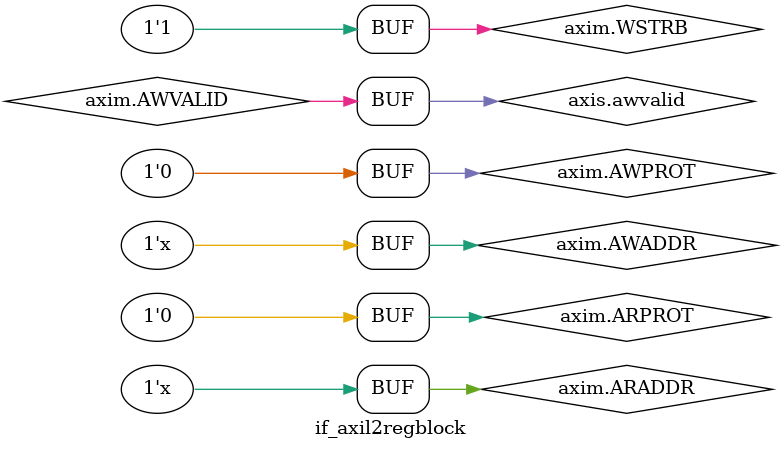
<source format=sv>
module if_axil2regblock
(
	if_axil.s            axis,
	axi4lite_intf.master axim
);

	assign axis.rdata = axim.RDATA;
	assign axis.rvalid = axim.RVALID;
	assign axis.bvalid = axim.BVALID;
	assign axis.wready = axim.WREADY;
	assign axis.arready = axim.ARREADY;
	assign axis.awready = axim.AWREADY;

    assign axim.AWVALID = axis.awvalid;
    assign axim.AWADDR = axis.awaddr[$bits(axim.AWADDR) - 1:0];
    assign axim.AWPROT = '0;

    assign axim.WVALID = axis.wvalid;
    assign axim.WDATA = axis.wdata;
    assign axim.WSTRB = '1;

    assign axim.BREADY = axis.bready;

    assign axim.ARVALID = axis.arvalid;
    assign axim.ARADDR = axis.araddr[$bits(axim.ARADDR) - 1:0];
    assign axim.ARPROT = '0;

    assign axim.RREADY = axis.rready;

endmodule

</source>
